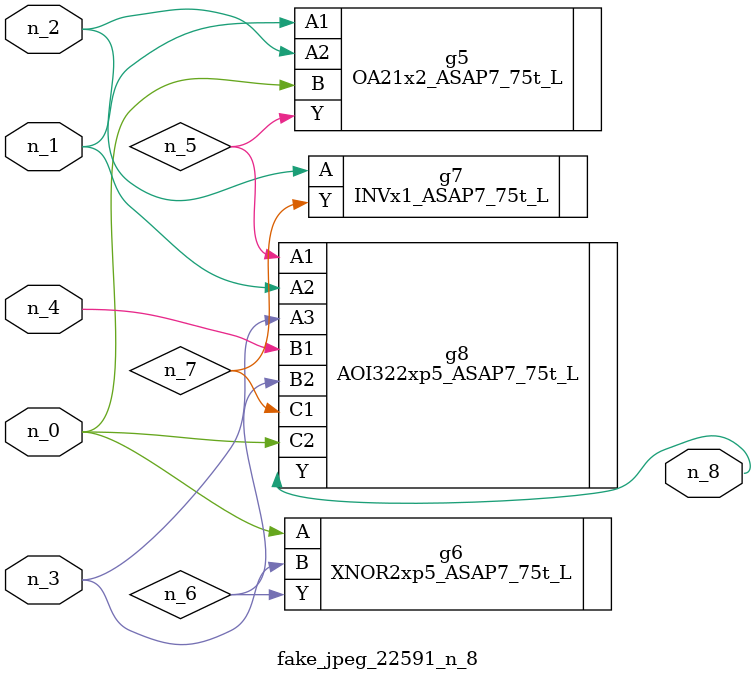
<source format=v>
module fake_jpeg_22591_n_8 (n_3, n_2, n_1, n_0, n_4, n_8);

input n_3;
input n_2;
input n_1;
input n_0;
input n_4;

output n_8;

wire n_6;
wire n_5;
wire n_7;

OA21x2_ASAP7_75t_L g5 ( 
.A1(n_1),
.A2(n_2),
.B(n_0),
.Y(n_5)
);

XNOR2xp5_ASAP7_75t_L g6 ( 
.A(n_0),
.B(n_3),
.Y(n_6)
);

INVx1_ASAP7_75t_L g7 ( 
.A(n_2),
.Y(n_7)
);

AOI322xp5_ASAP7_75t_L g8 ( 
.A1(n_5),
.A2(n_1),
.A3(n_3),
.B1(n_4),
.B2(n_6),
.C1(n_7),
.C2(n_0),
.Y(n_8)
);


endmodule
</source>
